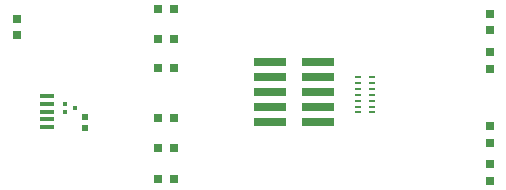
<source format=gtp>
%FSLAX44Y44*%
%MOMM*%
G71*
G01*
G75*
G04 Layer_Color=8421504*
%ADD10R,1.3000X0.4500*%
%ADD11R,2.7940X0.7366*%
%ADD12R,0.5000X0.2000*%
%ADD13R,0.7620X0.7620*%
%ADD14R,0.3000X0.3000*%
%ADD15R,0.7620X0.7620*%
%ADD16R,0.6200X0.5700*%
%ADD17C,0.1500*%
%ADD18C,0.2540*%
%ADD19R,1.5240X1.5240*%
%ADD20C,1.5240*%
%ADD21C,0.8000*%
%ADD22O,1.8000X1.1500*%
%ADD23O,2.0000X1.4500*%
%ADD24R,1.8000X1.8000*%
%ADD25C,1.8000*%
%ADD26C,0.6100*%
%ADD27C,0.6000*%
%ADD28C,3.3000*%
%ADD29R,0.5700X0.6200*%
%ADD30R,0.6000X0.5500*%
%ADD31R,1.4000X2.2000*%
%ADD32O,1.7500X0.3500*%
%ADD33O,0.3500X1.7500*%
%ADD34R,0.8500X0.3500*%
%ADD35R,0.9500X0.9500*%
%ADD36R,0.5500X0.6000*%
%ADD37R,0.9700X0.9600*%
%ADD38R,0.9500X0.9500*%
%ADD39R,1.2500X0.3000*%
%ADD40O,0.3000X0.8000*%
%ADD41O,0.8000X0.3000*%
%ADD42R,1.5000X1.0000*%
%ADD43C,0.4000*%
%ADD44C,0.2286*%
%ADD45C,0.1778*%
D10*
X1342900Y1170640D02*
D03*
Y1177140D02*
D03*
Y1164140D02*
D03*
Y1157640D02*
D03*
Y1183640D02*
D03*
D11*
X1572820Y1162100D02*
D03*
X1532180D02*
D03*
X1572820Y1174800D02*
D03*
X1532180D02*
D03*
X1572820Y1187500D02*
D03*
X1532180D02*
D03*
X1572820Y1200200D02*
D03*
X1532180D02*
D03*
X1572820Y1212900D02*
D03*
X1532180D02*
D03*
D12*
X1618750Y1170000D02*
D03*
Y1175000D02*
D03*
Y1180000D02*
D03*
Y1185000D02*
D03*
Y1190000D02*
D03*
Y1195000D02*
D03*
Y1200000D02*
D03*
X1606250D02*
D03*
Y1195000D02*
D03*
Y1190000D02*
D03*
Y1185000D02*
D03*
Y1180000D02*
D03*
Y1175000D02*
D03*
Y1170000D02*
D03*
D13*
X1317500Y1249485D02*
D03*
Y1235515D02*
D03*
X1718250Y1158485D02*
D03*
Y1144515D02*
D03*
Y1125985D02*
D03*
Y1112015D02*
D03*
Y1253485D02*
D03*
Y1239515D02*
D03*
Y1220985D02*
D03*
Y1207015D02*
D03*
D14*
X1366750Y1173750D02*
D03*
X1358250Y1177250D02*
D03*
Y1170250D02*
D03*
D15*
X1437015Y1257750D02*
D03*
X1450985D02*
D03*
X1437015Y1207500D02*
D03*
X1450985D02*
D03*
X1437015Y1232625D02*
D03*
X1450985D02*
D03*
X1437015Y1165500D02*
D03*
X1450985D02*
D03*
X1437015Y1113750D02*
D03*
X1450985D02*
D03*
X1437015Y1139625D02*
D03*
X1450985D02*
D03*
D16*
X1375250Y1166050D02*
D03*
Y1156450D02*
D03*
M02*

</source>
